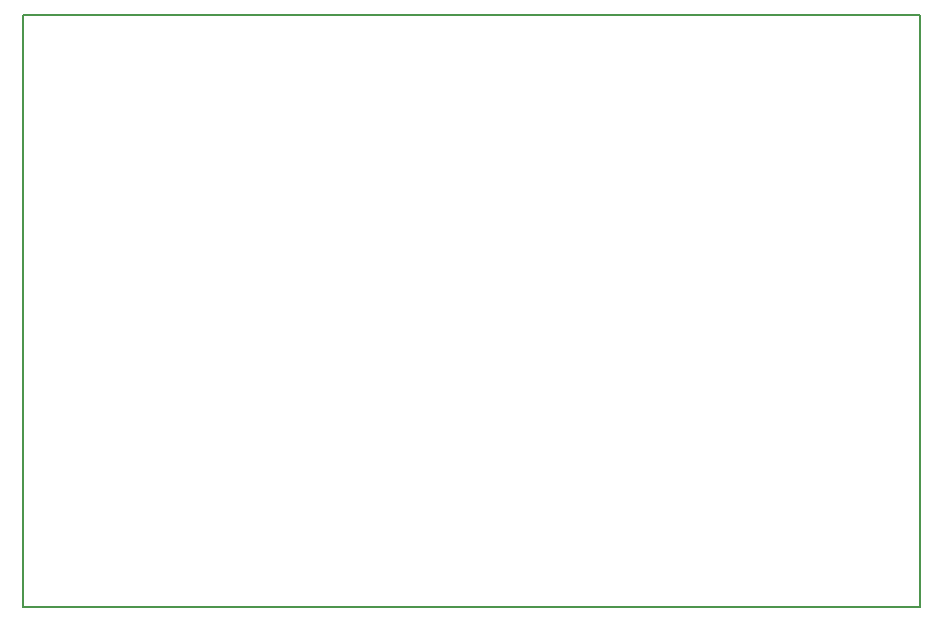
<source format=gbr>
%TF.GenerationSoftware,KiCad,Pcbnew,7.0.8*%
%TF.CreationDate,2023-11-09T11:59:46+01:00*%
%TF.ProjectId,Suspension_telemetry,53757370-656e-4736-996f-6e5f74656c65,rev?*%
%TF.SameCoordinates,Original*%
%TF.FileFunction,Profile,NP*%
%FSLAX46Y46*%
G04 Gerber Fmt 4.6, Leading zero omitted, Abs format (unit mm)*
G04 Created by KiCad (PCBNEW 7.0.8) date 2023-11-09 11:59:46*
%MOMM*%
%LPD*%
G01*
G04 APERTURE LIST*
%TA.AperFunction,Profile*%
%ADD10C,0.150000*%
%TD*%
G04 APERTURE END LIST*
D10*
X69861406Y-70510400D02*
X145807406Y-70510400D01*
X145807406Y-120650000D01*
X69861406Y-120650000D01*
X69861406Y-70510400D01*
M02*

</source>
